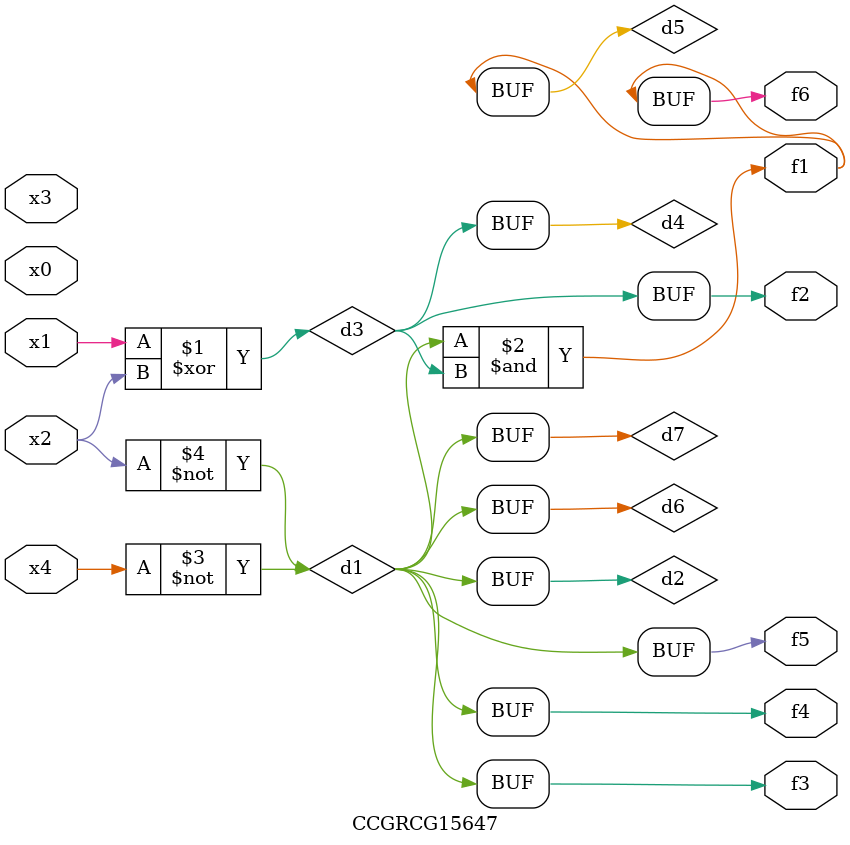
<source format=v>
module CCGRCG15647(
	input x0, x1, x2, x3, x4,
	output f1, f2, f3, f4, f5, f6
);

	wire d1, d2, d3, d4, d5, d6, d7;

	not (d1, x4);
	not (d2, x2);
	xor (d3, x1, x2);
	buf (d4, d3);
	and (d5, d1, d3);
	buf (d6, d1, d2);
	buf (d7, d2);
	assign f1 = d5;
	assign f2 = d4;
	assign f3 = d7;
	assign f4 = d7;
	assign f5 = d7;
	assign f6 = d5;
endmodule

</source>
